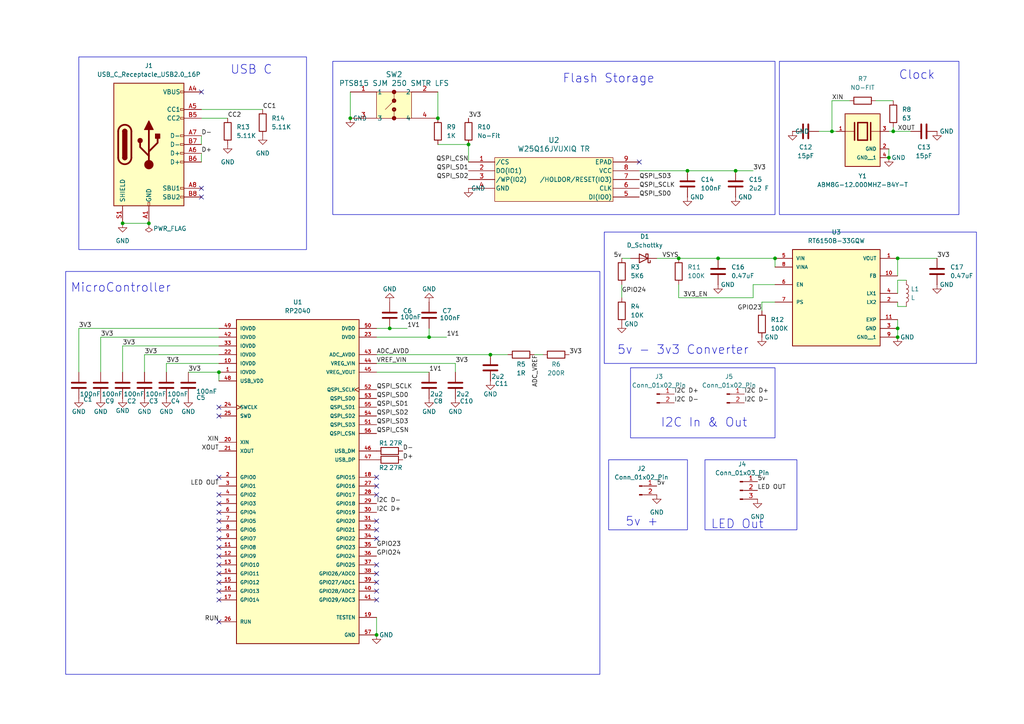
<source format=kicad_sch>
(kicad_sch (version 20231120) (generator "eeschema") (generator_version "8.0")
  (paper "A4")
  (lib_symbols
    (symbol "ABM8G-12MHZ:ABM8G-12.000MHZ-B4Y-T" (pin_names (offset 1.016))
      (property "Reference" "Y" (at -5.0878 6.3559 0))
      (property "Value" "ABM8G-12.000MHZ-B4Y-T" (at -5.0944 -12.7 0))
      (symbol "ABM8G-12.000MHZ-B4Y-T_0_0"
        (rectangle (start -5.08 -10.16) (end 5.08 5.08) (stroke (width 0.254)) (fill (type background)))
        (polyline (pts (xy -5.08 0) (xy -2.54 0)) (stroke (width 0.1524)))
        (polyline (pts (xy -2.3368 2.54) (xy -2.3368 -2.54)) (stroke (width 0.4064)))
        (polyline (pts (xy -1.397 2.54) (xy -1.397 -2.54)) (stroke (width 0.4064)))
        (polyline (pts (xy -1.397 2.54) (xy 1.397 2.54)) (stroke (width 0.4064)))
        (polyline (pts (xy 1.397 -2.54) (xy -1.397 -2.54)) (stroke (width 0.4064)))
        (polyline (pts (xy 1.397 2.54) (xy 1.397 -2.54)) (stroke (width 0.4064)))
        (polyline (pts (xy 2.3368 2.54) (xy 2.3368 -2.54)) (stroke (width 0.4064)))
        (polyline (pts (xy 2.54 0) (xy 5.08 0)) (stroke (width 0.1524)))
        (pin passive line (at -7.62 0 0) (length 2.54) (name "~") (number "1"))
        (pin power_in line (at 7.62 -5.08 180) (length 2.54) (name "GND") (number "2"))
        (pin passive line (at 7.62 0 180) (length 2.54) (name "~") (number "3"))
        (pin power_in line (at 7.62 -7.62 180) (length 2.54) (name "GND__1") (number "4"))
      )
    )
    (symbol "Connector:Conn_01x02_Pin" (pin_names (offset 1.016) hide)
      (property "Reference" "J" (at 0 2.54 0))
      (property "Value" "Conn_01x02_Pin" (at 0 -5.08 0))
      (symbol "Conn_01x02_Pin_1_1"
        (polyline (pts (xy 1.27 -2.54) (xy 0.8636 -2.54)) (stroke (width 0.1524)))
        (polyline (pts (xy 1.27 0) (xy 0.8636 0)) (stroke (width 0.1524)))
        (rectangle (start 0.8636 -2.413) (end 0 -2.667) (stroke (width 0.1524)) (fill (type outline)))
        (rectangle (start 0.8636 0.127) (end 0 -0.127) (stroke (width 0.1524)) (fill (type outline)))
        (pin passive line (at 5.08 0 180) (length 3.81) (name "Pin_1") (number "1"))
        (pin passive line (at 5.08 -2.54 180) (length 3.81) (name "Pin_2") (number "2"))
      )
    )
    (symbol "Connector:Conn_01x03_Pin" (pin_names (offset 1.016) hide)
      (property "Reference" "J" (at 0 5.08 0))
      (property "Value" "Conn_01x03_Pin" (at 0 -5.08 0))
      (symbol "Conn_01x03_Pin_1_1"
        (polyline (pts (xy 1.27 -2.54) (xy 0.8636 -2.54)) (stroke (width 0.1524)))
        (polyline (pts (xy 1.27 0) (xy 0.8636 0)) (stroke (width 0.1524)))
        (polyline (pts (xy 1.27 2.54) (xy 0.8636 2.54)) (stroke (width 0.1524)))
        (rectangle (start 0.8636 -2.413) (end 0 -2.667) (stroke (width 0.1524)) (fill (type outline)))
        (rectangle (start 0.8636 0.127) (end 0 -0.127) (stroke (width 0.1524)) (fill (type outline)))
        (rectangle (start 0.8636 2.667) (end 0 2.413) (stroke (width 0.1524)) (fill (type outline)))
        (pin passive line (at 5.08 2.54 180) (length 3.81) (name "Pin_1") (number "1"))
        (pin passive line (at 5.08 0 180) (length 3.81) (name "Pin_2") (number "2"))
        (pin passive line (at 5.08 -2.54 180) (length 3.81) (name "Pin_3") (number "3"))
      )
    )
    (symbol "Connector:USB_C_Receptacle_USB2.0_16P" (pin_names (offset 1.016))
      (property "Reference" "J" (at 0 22.225 0))
      (property "Value" "USB_C_Receptacle_USB2.0_16P" (at 0 19.685 0))
      (symbol "USB_C_Receptacle_USB2.0_16P_0_0"
        (rectangle (start -0.254 -17.78) (end 0.254 -16.764))
        (rectangle (start 10.16 -14.986) (end 9.144 -15.494))
        (rectangle (start 10.16 -12.446) (end 9.144 -12.954))
        (rectangle (start 10.16 -4.826) (end 9.144 -5.334))
        (rectangle (start 10.16 -2.286) (end 9.144 -2.794))
        (rectangle (start 10.16 0.254) (end 9.144 -0.254))
        (rectangle (start 10.16 2.794) (end 9.144 2.286))
        (rectangle (start 10.16 7.874) (end 9.144 7.366))
        (rectangle (start 10.16 10.414) (end 9.144 9.906))
        (rectangle (start 10.16 15.494) (end 9.144 14.986))
      )
      (symbol "USB_C_Receptacle_USB2.0_16P_0_1"
        (rectangle (start -10.16 17.78) (end 10.16 -17.78) (stroke (width 0.254)) (fill (type background)))
        (arc (start -8.89 -3.81) (mid -6.985 -5.7067) (end -5.08 -3.81) (stroke (width 0.508)))
        (arc (start -7.62 -3.81) (mid -6.985 -4.4423) (end -6.35 -3.81) (stroke (width 0.254)))
        (arc (start -7.62 -3.81) (mid -6.985 -4.4423) (end -6.35 -3.81) (stroke (width 0.254)) (fill (type outline)))
        (rectangle (start -7.62 -3.81) (end -6.35 3.81) (stroke (width 0.254)) (fill (type outline)))
        (arc (start -6.35 3.81) (mid -6.985 4.4423) (end -7.62 3.81) (stroke (width 0.254)))
        (arc (start -6.35 3.81) (mid -6.985 4.4423) (end -7.62 3.81) (stroke (width 0.254)) (fill (type outline)))
        (arc (start -5.08 3.81) (mid -6.985 5.7067) (end -8.89 3.81) (stroke (width 0.508)))
        (circle (center -2.54 1.143) (radius 0.635) (stroke (width 0.254)) (fill (type outline)))
        (circle (center 0 -5.842) (radius 1.27) (fill (type outline)))
        (polyline (pts (xy -8.89 -3.81) (xy -8.89 3.81)) (stroke (width 0.508)))
        (polyline (pts (xy -5.08 3.81) (xy -5.08 -3.81)) (stroke (width 0.508)))
        (polyline (pts (xy 0 -5.842) (xy 0 4.318)) (stroke (width 0.508)))
        (polyline (pts (xy 0 -3.302) (xy -2.54 -0.762) (xy -2.54 0.508)) (stroke (width 0.508)))
        (polyline (pts (xy 0 -2.032) (xy 2.54 0.508) (xy 2.54 1.778)) (stroke (width 0.508)))
        (polyline (pts (xy -1.27 4.318) (xy 0 6.858) (xy 1.27 4.318) (xy -1.27 4.318)) (stroke (width 0.254)) (fill (type outline)))
        (rectangle (start 1.905 1.778) (end 3.175 3.048) (stroke (width 0.254)) (fill (type outline)))
      )
      (symbol "USB_C_Receptacle_USB2.0_16P_1_1"
        (pin passive line (at 0 -22.86 90) (length 5.08) (name "GND") (number "A1"))
        (pin passive line (at 0 -22.86 90) (length 5.08) hide (name "GND") (number "A12"))
        (pin passive line (at 15.24 15.24 180) (length 5.08) (name "VBUS") (number "A4"))
        (pin bidirectional line (at 15.24 10.16 180) (length 5.08) (name "CC1") (number "A5"))
        (pin bidirectional line (at 15.24 -2.54 180) (length 5.08) (name "D+") (number "A6"))
        (pin bidirectional line (at 15.24 2.54 180) (length 5.08) (name "D-") (number "A7"))
        (pin bidirectional line (at 15.24 -12.7 180) (length 5.08) (name "SBU1") (number "A8"))
        (pin passive line (at 15.24 15.24 180) (length 5.08) hide (name "VBUS") (number "A9"))
        (pin passive line (at 0 -22.86 90) (length 5.08) hide (name "GND") (number "B1"))
        (pin passive line (at 0 -22.86 90) (length 5.08) hide (name "GND") (number "B12"))
        (pin passive line (at 15.24 15.24 180) (length 5.08) hide (name "VBUS") (number "B4"))
        (pin bidirectional line (at 15.24 7.62 180) (length 5.08) (name "CC2") (number "B5"))
        (pin bidirectional line (at 15.24 -5.08 180) (length 5.08) (name "D+") (number "B6"))
        (pin bidirectional line (at 15.24 0 180) (length 5.08) (name "D-") (number "B7"))
        (pin bidirectional line (at 15.24 -15.24 180) (length 5.08) (name "SBU2") (number "B8"))
        (pin passive line (at 15.24 15.24 180) (length 5.08) hide (name "VBUS") (number "B9"))
        (pin passive line (at -7.62 -22.86 90) (length 5.08) (name "SHIELD") (number "S1"))
      )
    )
    (symbol "Device:C" (pin_numbers hide) (pin_names (offset 0.254))
      (property "Reference" "C" (at 0.635 2.54 0))
      (property "Value" "C" (at 0.635 -2.54 0))
      (symbol "C_0_1"
        (polyline (pts (xy -2.032 -0.762) (xy 2.032 -0.762)) (stroke (width 0.508)))
        (polyline (pts (xy -2.032 0.762) (xy 2.032 0.762)) (stroke (width 0.508)))
      )
      (symbol "C_1_1"
        (pin passive line (at 0 3.81 270) (length 2.794) (name "~") (number "1"))
        (pin passive line (at 0 -3.81 90) (length 2.794) (name "~") (number "2"))
      )
    )
    (symbol "Device:D_Schottky" (pin_numbers hide) (pin_names (offset 1.016) hide)
      (property "Reference" "D" (at 0 2.54 0))
      (property "Value" "D_Schottky" (at 0 -2.54 0))
      (symbol "D_Schottky_0_1"
        (polyline (pts (xy 1.27 0) (xy -1.27 0)))
        (polyline (pts (xy 1.27 1.27) (xy 1.27 -1.27) (xy -1.27 0) (xy 1.27 1.27)) (stroke (width 0.254)))
        (polyline (pts (xy -1.905 0.635) (xy -1.905 1.27) (xy -1.27 1.27) (xy -1.27 -1.27) (xy -0.635 -1.27) (xy -0.635 -0.635)) (stroke (width 0.254)))
      )
      (symbol "D_Schottky_1_1"
        (pin passive line (at -3.81 0 0) (length 2.54) (name "K") (number "1"))
        (pin passive line (at 3.81 0 180) (length 2.54) (name "A") (number "2"))
      )
    )
    (symbol "Device:L" (pin_numbers hide) (pin_names (offset 1.016) hide)
      (property "Reference" "L" (at -1.27 0 90))
      (property "Value" "L" (at 1.905 0 90))
      (symbol "L_0_1"
        (arc (start 0 -2.54) (mid 0.6323 -1.905) (end 0 -1.27))
        (arc (start 0 -1.27) (mid 0.6323 -0.635) (end 0 0))
        (arc (start 0 0) (mid 0.6323 0.635) (end 0 1.27))
        (arc (start 0 1.27) (mid 0.6323 1.905) (end 0 2.54))
      )
      (symbol "L_1_1"
        (pin passive line (at 0 3.81 270) (length 1.27) (name "1") (number "1"))
        (pin passive line (at 0 -3.81 90) (length 1.27) (name "2") (number "2"))
      )
    )
    (symbol "Device:R" (pin_numbers hide) (pin_names (offset 0))
      (property "Reference" "R" (at 2.032 0 90))
      (property "Value" "R" (at 0 0 90))
      (symbol "R_0_1"
        (rectangle (start -1.016 -2.54) (end 1.016 2.54) (stroke (width 0.254)))
      )
      (symbol "R_1_1"
        (pin passive line (at 0 3.81 270) (length 1.27) (name "~") (number "1"))
        (pin passive line (at 0 -3.81 90) (length 1.27) (name "~") (number "2"))
      )
    )
    (symbol "PTS815_SJM:PTS815_SJM_250_SMTR_LFS" (pin_names (offset 0.254))
      (property "Reference" "SW" (at 40.64 7.62 0))
      (property "Value" "PTS815 SJM 250 SMTR LFS" (at 40.64 5.08 0))
      (symbol "PTS815_SJM_250_SMTR_LFS_0_1"
        (polyline (pts (xy 38.1 -7.62) (xy 40.64 -5.08)) (stroke (width 0.127)))
        (polyline (pts (xy 40.64 -7.62) (xy 40.64 -10.16)) (stroke (width 0.127)))
        (polyline (pts (xy 40.64 -5.08) (xy 40.64 -2.54)) (stroke (width 0.127)))
        (circle (center 40.64 -10.16) (radius 0.127) (stroke (width 0.508)))
        (circle (center 40.64 -7.62) (radius 0.127) (stroke (width 0.508)))
        (circle (center 40.64 -5.08) (radius 0.127) (stroke (width 0.508)))
        (circle (center 40.64 -2.54) (radius 0.127) (stroke (width 0.508)))
        (pin unspecified line (at 27.94 -2.54 0) (length 7.62) (name "1") (number "1"))
        (pin unspecified line (at 53.34 -2.54 180) (length 7.62) (name "2") (number "2"))
        (pin unspecified line (at 27.94 -10.16 0) (length 7.62) (name "3") (number "3"))
      )
      (symbol "PTS815_SJM_250_SMTR_LFS_1_1"
        (rectangle (start 35.56 -2.54) (end 45.72 -10.16) (fill (type background)))
        (pin unspecified line (at 53.34 -10.16 180) (length 7.62) (name "4") (number "4"))
      )
    )
    (symbol "RP2040:RP2040" (pin_names (offset 1.016))
      (property "Reference" "U" (at -17.78 50.8 0))
      (property "Value" "RP2040" (at -17.78 -48.26 0))
      (symbol "RP2040_0_0"
        (rectangle (start -17.78 -45.72) (end 17.78 48.26) (stroke (width 0.254)) (fill (type background)))
        (pin power_in line (at -22.86 33.02 0) (length 5.08) (name "IOVDD") (number "1"))
        (pin power_in line (at -22.86 35.56 0) (length 5.08) (name "IOVDD") (number "10"))
        (pin bidirectional line (at -22.86 -17.78 0) (length 5.08) (name "GPIO8") (number "11"))
        (pin bidirectional line (at -22.86 -20.32 0) (length 5.08) (name "GPIO9") (number "12"))
        (pin bidirectional line (at -22.86 -22.86 0) (length 5.08) (name "GPIO10") (number "13"))
        (pin bidirectional line (at -22.86 -25.4 0) (length 5.08) (name "GPIO11") (number "14"))
        (pin bidirectional line (at -22.86 -27.94 0) (length 5.08) (name "GPIO12") (number "15"))
        (pin bidirectional line (at -22.86 -30.48 0) (length 5.08) (name "GPIO13") (number "16"))
        (pin bidirectional line (at -22.86 -33.02 0) (length 5.08) (name "GPIO14") (number "17"))
        (pin bidirectional line (at 22.86 2.54 180) (length 5.08) (name "GPIO15") (number "18"))
        (pin passive line (at 22.86 -38.1 180) (length 5.08) (name "TESTEN") (number "19"))
        (pin bidirectional line (at -22.86 2.54 0) (length 5.08) (name "GPIO0") (number "2"))
        (pin input line (at -22.86 12.7 0) (length 5.08) (name "XIN") (number "20"))
        (pin output line (at -22.86 10.16 0) (length 5.08) (name "XOUT") (number "21"))
        (pin power_in line (at -22.86 38.1 0) (length 5.08) (name "IOVDD") (number "22"))
        (pin power_in line (at 22.86 43.18 180) (length 5.08) (name "DVDD") (number "23"))
        (pin input clock (at -22.86 22.86 0) (length 5.08) (name "SWCLK") (number "24"))
        (pin bidirectional line (at -22.86 20.32 0) (length 5.08) (name "SWD") (number "25"))
        (pin input line (at -22.86 -39.37 0) (length 5.08) (name "RUN") (number "26"))
        (pin bidirectional line (at 22.86 0 180) (length 5.08) (name "GPIO16") (number "27"))
        (pin bidirectional line (at 22.86 -2.54 180) (length 5.08) (name "GPIO17") (number "28"))
        (pin bidirectional line (at 22.86 -5.08 180) (length 5.08) (name "GPIO18") (number "29"))
        (pin bidirectional line (at -22.86 0 0) (length 5.08) (name "GPIO1") (number "3"))
        (pin bidirectional line (at 22.86 -7.62 180) (length 5.08) (name "GPIO19") (number "30"))
        (pin bidirectional line (at 22.86 -10.16 180) (length 5.08) (name "GPIO20") (number "31"))
        (pin bidirectional line (at 22.86 -12.7 180) (length 5.08) (name "GPIO21") (number "32"))
        (pin power_in line (at -22.86 40.64 0) (length 5.08) (name "IOVDD") (number "33"))
        (pin bidirectional line (at 22.86 -15.24 180) (length 5.08) (name "GPIO22") (number "34"))
        (pin bidirectional line (at 22.86 -17.78 180) (length 5.08) (name "GPIO23") (number "35"))
        (pin bidirectional line (at 22.86 -20.32 180) (length 5.08) (name "GPIO24") (number "36"))
        (pin bidirectional line (at 22.86 -22.86 180) (length 5.08) (name "GPIO25") (number "37"))
        (pin bidirectional line (at 22.86 -25.4 180) (length 5.08) (name "GPIO26/ADC0") (number "38"))
        (pin bidirectional line (at 22.86 -27.94 180) (length 5.08) (name "GPIO27/ADC1") (number "39"))
        (pin bidirectional line (at -22.86 -2.54 0) (length 5.08) (name "GPIO2") (number "4"))
        (pin bidirectional line (at 22.86 -30.48 180) (length 5.08) (name "GPIO28/ADC2") (number "40"))
        (pin bidirectional line (at 22.86 -33.02 180) (length 5.08) (name "GPIO29/ADC3") (number "41"))
        (pin power_in line (at -22.86 43.18 0) (length 5.08) (name "IOVDD") (number "42"))
        (pin power_in line (at 22.86 38.1 180) (length 5.08) (name "ADC_AVDD") (number "43"))
        (pin input line (at 22.86 35.56 180) (length 5.08) (name "VREG_VIN") (number "44"))
        (pin output line (at 22.86 33.02 180) (length 5.08) (name "VREG_VOUT") (number "45"))
        (pin bidirectional line (at 22.86 10.16 180) (length 5.08) (name "USB_DM") (number "46"))
        (pin bidirectional line (at 22.86 7.62 180) (length 5.08) (name "USB_DP") (number "47"))
        (pin power_in line (at -22.86 30.48 0) (length 5.08) (name "USB_VDD") (number "48"))
        (pin power_in line (at -22.86 45.72 0) (length 5.08) (name "IOVDD") (number "49"))
        (pin bidirectional line (at -22.86 -5.08 0) (length 5.08) (name "GPIO3") (number "5"))
        (pin power_in line (at 22.86 45.72 180) (length 5.08) (name "DVDD") (number "50"))
        (pin bidirectional line (at 22.86 17.78 180) (length 5.08) (name "QSPI_SD3") (number "51"))
        (pin bidirectional clock (at 22.86 27.94 180) (length 5.08) (name "QSPI_SCLK") (number "52"))
        (pin bidirectional line (at 22.86 25.4 180) (length 5.08) (name "QSPI_SD0") (number "53"))
        (pin bidirectional line (at 22.86 20.32 180) (length 5.08) (name "QSPI_SD2") (number "54"))
        (pin bidirectional line (at 22.86 22.86 180) (length 5.08) (name "QSPI_SD1") (number "55"))
        (pin bidirectional line (at 22.86 15.24 180) (length 5.08) (name "QSPI_CSN") (number "56"))
        (pin power_in line (at 22.86 -43.18 180) (length 5.08) (name "GND") (number "57"))
        (pin bidirectional line (at -22.86 -7.62 0) (length 5.08) (name "GPIO4") (number "6"))
        (pin bidirectional line (at -22.86 -10.16 0) (length 5.08) (name "GPIO5") (number "7"))
        (pin bidirectional line (at -22.86 -12.7 0) (length 5.08) (name "GPIO6") (number "8"))
        (pin bidirectional line (at -22.86 -15.24 0) (length 5.08) (name "GPIO7") (number "9"))
      )
    )
    (symbol "RT6150B-33GQW:RT6150B-33GQW" (pin_names (offset 1.016))
      (property "Reference" "U" (at -12.7 13.208 0))
      (property "Value" "RT6150B-33GQW" (at -12.7 -17.78 0))
      (symbol "RT6150B-33GQW_0_0"
        (rectangle (start -12.7 -15.24) (end 12.7 12.7) (stroke (width 0.254)) (fill (type background)))
        (pin output line (at 17.78 10.16 180) (length 5.08) (name "VOUT") (number "1"))
        (pin input line (at 17.78 5.08 180) (length 5.08) (name "FB") (number "10"))
        (pin power_in line (at 17.78 -7.62 180) (length 5.08) (name "EXP") (number "11"))
        (pin passive line (at 17.78 -2.54 180) (length 5.08) (name "LX2") (number "2"))
        (pin power_in line (at 17.78 -10.16 180) (length 5.08) (name "GND") (number "3"))
        (pin passive line (at 17.78 0 180) (length 5.08) (name "LX1") (number "4"))
        (pin input line (at -17.78 10.16 0) (length 5.08) (name "VIN") (number "5"))
        (pin input line (at -17.78 2.54 0) (length 5.08) (name "EN") (number "6"))
        (pin input line (at -17.78 -2.54 0) (length 5.08) (name "PS") (number "7"))
        (pin input line (at -17.78 7.62 0) (length 5.08) (name "VINA") (number "8"))
        (pin power_in line (at 17.78 -12.7 180) (length 5.08) (name "GND__1") (number "9"))
      )
    )
    (symbol "W25Q16JVUXIQ:W25Q16JVUXIQ_TR" (pin_names (offset 0.254))
      (property "Reference" "U" (at 39.37 8.128 0))
      (property "Value" "W25Q16JVUXIQ TR" (at 39.37 5.588 0))
      (symbol "W25Q16JVUXIQ_TR_0_1"
        (pin unspecified line (at 15.24 2.54 0) (length 7.62) (name "/CS") (number "1"))
        (pin unspecified line (at 15.24 0 0) (length 7.62) (name "DO(IO1)") (number "2"))
        (pin unspecified line (at 15.24 -2.54 0) (length 7.62) (name "/WP(IO2)") (number "3"))
        (pin unspecified line (at 15.24 -5.08 0) (length 7.62) (name "GND") (number "4"))
        (pin unspecified line (at 64.77 -7.62 180) (length 7.62) (name "DI(IO0)") (number "5"))
        (pin unspecified line (at 64.77 -5.08 180) (length 7.62) (name "CLK") (number "6"))
        (pin unspecified line (at 64.77 -2.54 180) (length 7.62) (name "/HOLDOR/RESET(IO3)") (number "7"))
        (pin unspecified line (at 64.77 0 180) (length 7.62) (name "VCC") (number "8"))
        (pin unspecified line (at 64.77 2.54 180) (length 7.62) (name "EPAD") (number "9"))
      )
      (symbol "W25Q16JVUXIQ_TR_1_1"
        (rectangle (start 22.86 3.81) (end 57.15 -8.89) (fill (type background)))
      )
    )
    (symbol "power:GND" (power) (pin_numbers hide) (pin_names (offset 0) hide)
      (property "Value" "GND" (at 0 -3.81 0))
      (symbol "GND_0_1"
        (polyline (pts (xy 0 0) (xy 0 -1.27) (xy 1.27 -1.27) (xy 0 -2.54) (xy -1.27 -1.27) (xy 0 -1.27)))
      )
      (symbol "GND_1_1"
        (pin power_in line (at 0 0 270) (length 0) (name "~") (number "1"))
      )
    )
    (symbol "power:PWR_FLAG" (power) (pin_numbers hide) (pin_names (offset 0) hide)
      (property "Value" "PWR_FLAG" (at 0 3.81 0))
      (symbol "PWR_FLAG_0_0"
        (pin power_out line (at 0 0 90) (length 0) (name "~") (number "1"))
      )
      (symbol "PWR_FLAG_0_1"
        (polyline (pts (xy 0 0) (xy 0 1.27) (xy -1.016 1.905) (xy 0 2.54) (xy 1.016 1.905) (xy 0 1.27)))
      )
    )
  )
  (junction (at 43.18 64.77))
  (junction (at 113.03 95.25))
  (junction (at 259.08 38.1))
  (junction (at 260.35 97.79))
  (junction (at 213.36 49.53))
  (junction (at 127 34.29))
  (junction (at 260.35 95.25))
  (junction (at 196.85 74.93))
  (junction (at 135.89 41.91))
  (junction (at 208.28 74.93))
  (junction (at 260.35 74.93))
  (junction (at 224.79 74.93))
  (junction (at 142.24 102.87))
  (junction (at 109.22 184.15))
  (junction (at 241.3 38.1))
  (junction (at 199.39 49.53))
  (junction (at 257.81 45.72))
  (junction (at 124.46 97.79))
  (junction (at 63.5 107.95))
  (junction (at 35.56 64.77))
  (junction (at 101.6 34.29))
  (no_connect (at 63.5 180.34))
  (no_connect (at 109.22 140.97))
  (no_connect (at 63.5 118.11))
  (no_connect (at 109.22 151.13))
  (no_connect (at 63.5 161.29))
  (no_connect (at 109.22 163.83))
  (no_connect (at 109.22 138.43))
  (no_connect (at 63.5 166.37))
  (no_connect (at 58.42 57.15))
  (no_connect (at 63.5 173.99))
  (no_connect (at 109.22 168.91))
  (no_connect (at 63.5 151.13))
  (no_connect (at 109.22 143.51))
  (no_connect (at 109.22 153.67))
  (no_connect (at 63.5 153.67))
  (no_connect (at 109.22 166.37))
  (no_connect (at 63.5 156.21))
  (no_connect (at 63.5 148.59))
  (no_connect (at 63.5 120.65))
  (no_connect (at 109.22 171.45))
  (no_connect (at 109.22 173.99))
  (no_connect (at 63.5 143.51))
  (no_connect (at 63.5 146.05))
  (no_connect (at 109.22 156.21))
  (no_connect (at 63.5 138.43))
  (no_connect (at 58.42 26.67))
  (no_connect (at 63.5 171.45))
  (no_connect (at 58.42 54.61))
  (no_connect (at 185.42 46.99))
  (no_connect (at 63.5 168.91))
  (no_connect (at 63.5 158.75))
  (no_connect (at 63.5 163.83))
  (wire (pts (xy 124.46 97.79) (xy 109.22 97.79)))
  (wire (pts (xy 124.46 97.79) (xy 129.54 97.79)))
  (wire (pts (xy 196.85 74.93) (xy 208.28 74.93)))
  (wire (pts (xy 260.35 81.28) (xy 260.35 85.09)))
  (wire (pts (xy 132.08 105.41) (xy 132.08 107.95)))
  (wire (pts (xy 254 29.21) (xy 259.08 29.21)))
  (wire (pts (xy 154.94 102.87) (xy 157.48 102.87)))
  (wire (pts (xy 199.39 49.53) (xy 213.36 49.53)))
  (wire (pts (xy 48.26 107.95) (xy 48.26 105.41)))
  (wire (pts (xy 142.24 102.87) (xy 147.32 102.87)))
  (wire (pts (xy 35.56 64.77) (xy 43.18 64.77)))
  (wire (pts (xy 63.5 100.33) (xy 35.56 100.33)))
  (wire (pts (xy 259.08 36.83) (xy 259.08 38.1)))
  (wire (pts (xy 190.5 74.93) (xy 196.85 74.93)))
  (wire (pts (xy 58.42 31.75) (xy 76.2 31.75)))
  (wire (pts (xy 260.35 74.93) (xy 260.35 80.01)))
  (wire (pts (xy 213.36 49.53) (xy 218.44 49.53)))
  (wire (pts (xy 218.44 82.55) (xy 224.79 82.55)))
  (wire (pts (xy 109.22 107.95) (xy 124.46 107.95)))
  (wire (pts (xy 35.56 100.33) (xy 35.56 107.95)))
  (wire (pts (xy 180.34 82.55) (xy 180.34 86.36)))
  (wire (pts (xy 180.34 74.93) (xy 182.88 74.93)))
  (wire (pts (xy 260.35 88.9) (xy 262.89 88.9)))
  (wire (pts (xy 109.22 102.87) (xy 142.24 102.87)))
  (wire (pts (xy 220.98 87.63) (xy 220.98 90.17)))
  (wire (pts (xy 260.35 95.25) (xy 260.35 97.79)))
  (wire (pts (xy 241.3 29.21) (xy 241.3 38.1)))
  (wire (pts (xy 224.79 74.93) (xy 224.79 77.47)))
  (wire (pts (xy 246.38 29.21) (xy 241.3 29.21)))
  (wire (pts (xy 196.85 86.36) (xy 196.85 82.55)))
  (wire (pts (xy 41.91 102.87) (xy 41.91 107.95)))
  (wire (pts (xy 260.35 87.63) (xy 260.35 88.9)))
  (wire (pts (xy 48.26 105.41) (xy 63.5 105.41)))
  (wire (pts (xy 63.5 102.87) (xy 41.91 102.87)))
  (wire (pts (xy 58.42 44.45) (xy 58.42 46.99)))
  (wire (pts (xy 260.35 74.93) (xy 271.78 74.93)))
  (wire (pts (xy 220.98 87.63) (xy 224.79 87.63)))
  (wire (pts (xy 113.03 95.25) (xy 118.11 95.25)))
  (wire (pts (xy 58.42 34.29) (xy 66.04 34.29)))
  (wire (pts (xy 260.35 92.71) (xy 260.35 95.25)))
  (wire (pts (xy 63.5 107.95) (xy 63.5 110.49)))
  (wire (pts (xy 54.61 107.95) (xy 63.5 107.95)))
  (wire (pts (xy 135.89 41.91) (xy 135.89 46.99)))
  (wire (pts (xy 109.22 105.41) (xy 132.08 105.41)))
  (wire (pts (xy 257.81 38.1) (xy 259.08 38.1)))
  (wire (pts (xy 218.44 86.36) (xy 218.44 82.55)))
  (wire (pts (xy 101.6 26.67) (xy 101.6 34.29)))
  (wire (pts (xy 124.46 95.25) (xy 124.46 97.79)))
  (wire (pts (xy 259.08 38.1) (xy 264.16 38.1)))
  (wire (pts (xy 241.3 38.1) (xy 242.57 38.1)))
  (wire (pts (xy 196.85 86.36) (xy 218.44 86.36)))
  (wire (pts (xy 127 41.91) (xy 135.89 41.91)))
  (wire (pts (xy 185.42 49.53) (xy 199.39 49.53)))
  (wire (pts (xy 109.22 95.25) (xy 113.03 95.25)))
  (wire (pts (xy 58.42 39.37) (xy 58.42 41.91)))
  (wire (pts (xy 22.86 95.25) (xy 63.5 95.25)))
  (wire (pts (xy 257.81 43.18) (xy 257.81 45.72)))
  (wire (pts (xy 63.5 97.79) (xy 29.21 97.79)))
  (wire (pts (xy 262.89 81.28) (xy 260.35 81.28)))
  (wire (pts (xy 208.28 74.93) (xy 224.79 74.93)))
  (wire (pts (xy 127 26.67) (xy 127 34.29)))
  (wire (pts (xy 22.86 107.95) (xy 22.86 95.25)))
  (wire (pts (xy 109.22 179.07) (xy 109.22 184.15)))
  (wire (pts (xy 237.49 38.1) (xy 241.3 38.1)))
  (wire (pts (xy 29.21 97.79) (xy 29.21 107.95)))
  (rectangle (start 182.88 106.68) (end 224.79 127))
  (rectangle (start 19.05 78.74) (end 173.99 195.58))
  (rectangle (start 22.86 16.51) (end 88.9 72.39))
  (rectangle (start 226.06 17.78) (end 278.13 62.23))
  (rectangle (start 96.52 17.78) (end 224.79 62.23))
  (rectangle (start 176.53 133.35) (end 199.39 153.67))
  (rectangle (start 175.26 67.31) (end 283.21 105.41))
  (rectangle (start 204.47 133.35) (end 231.14 153.67))
  (text "USB C\n" (at 72.898 20.32 0) (effects (font (size 2.54 2.54))))
  (text "I2C In & Out" (at 204.216 122.682 0) (effects (font (size 2.54 2.54))))
  (text "MicroController" (at 35.052 83.566 0) (effects (font (size 2.54 2.54))))
  (text "Clock" (at 265.938 21.844 0) (effects (font (size 2.54 2.54))))
  (text "5v - 3v3 Converter" (at 198.12 101.6 0) (effects (font (size 2.54 2.54))))
  (text "LED Out" (at 213.868 152.146 0) (effects (font (size 2.54 2.54))))
  (text "5v +\n" (at 186.182 151.384 0) (effects (font (size 2.54 2.54))))
  (text "Flash Storage" (at 176.53 22.86 0) (effects (font (size 2.54 2.54))))
  (label "RUN" (at 63.5 180.34 180))
  (label "VREF_VIN" (at 109.22 105.41 0))
  (label "QSPI_SD2" (at 109.22 120.65 0))
  (label "QSPI_SCLK" (at 109.22 113.03 0))
  (label "5v" (at 180.34 74.93 180))
  (label "D-" (at 58.42 39.37 0))
  (label "D-" (at 116.84 130.81 0))
  (label "ADC_AVDD" (at 109.22 102.87 0))
  (label "I2C D-" (at 109.22 146.05 0))
  (label "I2C D+" (at 195.58 114.3 0))
  (label "LED OUT" (at 63.5 140.97 180))
  (label "D+" (at 58.42 44.45 0))
  (label "QSPI_SD0" (at 109.22 115.57 0))
  (label "5v" (at 190.5 140.97 0))
  (label "VSYS" (at 196.85 74.93 180))
  (label "3V3" (at 48.26 105.41 0))
  (label "1V1" (at 129.54 97.79 0))
  (label "3V3" (at 218.44 49.53 0))
  (label "3V3" (at 29.21 97.79 0))
  (label "5v" (at 219.71 139.7 0))
  (label "I2C D+" (at 109.22 148.59 0))
  (label "3V3" (at 22.86 95.25 0))
  (label "3V3" (at 35.56 100.33 0))
  (label "3V3" (at 135.89 34.29 0))
  (label "3V3" (at 165.1 102.87 0))
  (label "CC1" (at 76.2 31.75 0))
  (label "GPIO24" (at 109.22 161.29 0))
  (label "GPIO24" (at 180.34 85.09 0))
  (label "3V3" (at 271.78 74.93 0))
  (label "D+" (at 116.84 133.35 0))
  (label "QSPI_SD2" (at 135.89 52.07 180))
  (label "GPIO23" (at 220.98 90.17 180))
  (label "QSPI_CSN" (at 135.89 46.99 180))
  (label "3V3_EN" (at 198.12 86.36 0))
  (label "3V3" (at 132.08 105.41 0))
  (label "XOUT" (at 260.35 38.1 0))
  (label "XIN" (at 63.5 128.27 180))
  (label "QSPI_SD1" (at 135.89 49.53 180))
  (label "QSPI_SD3" (at 109.22 123.19 0))
  (label "ADC_VREF" (at 156.21 102.87 270))
  (label "GPIO23" (at 109.22 158.75 0))
  (label "3V3" (at 54.61 107.95 0))
  (label "CC2" (at 66.04 34.29 0))
  (label "LED OUT" (at 219.71 142.24 0))
  (label "QSPI_SD1" (at 109.22 118.11 0))
  (label "XIN" (at 241.3 29.21 0))
  (label "QSPI_SD0" (at 185.42 57.15 0))
  (label "1V1" (at 118.11 95.25 0))
  (label "I2C D+" (at 215.9 114.3 0))
  (label "QSPI_SCLK" (at 185.42 54.61 0))
  (label "I2C D-" (at 195.58 116.84 0))
  (label "I2C D-" (at 215.9 116.84 0))
  (label "QSPI_SD3" (at 185.42 52.07 0))
  (label "3V3" (at 41.91 102.87 0))
  (label "QSPI_CSN" (at 109.22 125.73 0))
  (label "1V1" (at 124.46 107.95 0))
  (label "XOUT" (at 63.5 130.81 180))
  (symbol (lib_id "power:GND") (at 199.39 57.15 0) (unit 1)
    (property "Reference" "#PWR020" (effects (hide yes)))
    (property "Value" "GND" (at 202.184 57.15 0))
    (property "Description" "Power symbol creates a global label with name \"GND\" , ground" (effects (hide yes)))
  )
  (symbol (lib_id "Device:C") (at 29.21 111.76 0) (unit 1)
    (property "Reference" "C1" (at 24.13 115.824 0) (effects (justify left)))
    (property "Value" "100nF" (at 29.464 114.3 0) (effects (justify left)))
    (property "Footprint" "Capacitor_SMD:C_0201_0603Metric" (effects (hide yes)))
    (property "Description" "Unpolarized capacitor" (effects (hide yes)))
  )
  (symbol (lib_id "power:GND") (at 101.6 34.29 0) (unit 1)
    (property "Reference" "#PWR017" (effects (hide yes)))
    (property "Value" "GND" (at 104.394 34.29 0))
    (property "Description" "Power symbol creates a global label with name \"GND\" , ground" (effects (hide yes)))
  )
  (symbol (lib_id "Device:C") (at 35.56 111.76 0) (unit 1)
    (property "Reference" "C2" (at 36.83 116.332 0) (effects (justify left)))
    (property "Value" "100nF" (at 35.814 114.3 0) (effects (justify left)))
    (property "Footprint" "Capacitor_SMD:C_0201_0603Metric" (effects (hide yes)))
    (property "Description" "Unpolarized capacitor" (effects (hide yes)))
  )
  (symbol (lib_id "power:GND") (at 66.04 41.91 0) (unit 1)
    (property "Reference" "#PWR026" (effects (hide yes)))
    (property "Value" "GND" (at 66.04 46.99 0))
    (property "Description" "Power symbol creates a global label with name \"GND\" , ground" (effects (hide yes)))
  )
  (symbol (lib_id "power:GND") (at 132.08 115.57 0) (unit 1)
    (property "Reference" "#PWR011" (effects (hide yes)))
    (property "Value" "GND" (at 132.08 119.38 0))
    (property "Description" "Power symbol creates a global label with name \"GND\" , ground" (effects (hide yes)))
  )
  (symbol (lib_id "Device:C") (at 124.46 111.76 0) (unit 1)
    (property "Reference" "C8" (at 125.73 116.332 0) (effects (justify left)))
    (property "Value" "2u2" (at 124.714 114.3 0) (effects (justify left)))
    (property "Footprint" "Capacitor_SMD:C_0201_0603Metric" (effects (hide yes)))
    (property "Description" "Unpolarized capacitor" (effects (hide yes)))
  )
  (symbol (lib_id "power:PWR_FLAG") (at 43.18 64.77 180) (unit 1)
    (property "Reference" "#FLG01" (effects (hide yes)))
    (property "Value" "PWR_FLAG" (at 49.276 66.294 0))
    (property "Description" "Special symbol for telling ERC where power comes from" (effects (hide yes)))
  )
  (symbol (lib_id "power:GND") (at 135.89 54.61 0) (unit 1)
    (property "Reference" "#PWR018" (effects (hide yes)))
    (property "Value" "GND" (at 138.684 54.61 0))
    (property "Description" "Power symbol creates a global label with name \"GND\" , ground" (effects (hide yes)))
  )
  (symbol (lib_id "Device:R") (at 259.08 33.02 0) (unit 1)
    (property "Reference" "R8" (at 261.62 31.7499 0) (effects (justify left)))
    (property "Value" "63" (at 261.62 34.2899 0) (effects (justify left)))
    (property "Footprint" "Resistor_SMD:R_0201_0603Metric" (effects (hide yes)))
    (property "Description" "Resistor" (effects (hide yes)))
  )
  (symbol (lib_id "power:GND") (at 219.71 144.78 0) (unit 1)
    (property "Reference" "#PWR029" (effects (hide yes)))
    (property "Value" "GND" (at 219.71 149.86 0))
    (property "Description" "Power symbol creates a global label with name \"GND\" , ground" (effects (hide yes)))
  )
  (symbol (lib_id "Connector:Conn_01x03_Pin") (at 214.63 142.24 0) (unit 1)
    (property "Reference" "J4" (at 215.265 134.62 0))
    (property "Value" "Conn_01x03_Pin" (at 215.265 137.16 0))
    (property "Footprint" "Connector_PinHeader_2.54mm:PinHeader_1x03_P2.54mm_Horizontal" (effects (hide yes)))
    (property "Description" "Generic connector, single row, 01x03, script generated" (effects (hide yes)))
  )
  (symbol (lib_id "Device:C") (at 199.39 53.34 0) (unit 1)
    (property "Reference" "C14" (at 203.2 52.0699 0) (effects (justify left)))
    (property "Value" "100nF" (at 203.2 54.6099 0) (effects (justify left)))
    (property "Footprint" "Capacitor_SMD:C_0201_0603Metric" (effects (hide yes)))
    (property "Description" "Unpolarized capacitor" (effects (hide yes)))
  )
  (symbol (lib_id "power:GND") (at 208.28 82.55 0) (unit 1)
    (property "Reference" "#PWR019" (effects (hide yes)))
    (property "Value" "GND" (at 211.074 82.55 0))
    (property "Description" "Power symbol creates a global label with name \"GND\" , ground" (effects (hide yes)))
  )
  (symbol (lib_id "Device:C") (at 113.03 91.44 0) (unit 1)
    (property "Reference" "C6" (at 116.84 90.1699 0) (effects (justify left)))
    (property "Value" "100nF" (at 116.078 91.948 0) (effects (justify left)))
    (property "Footprint" "Capacitor_SMD:C_0201_0603Metric" (effects (hide yes)))
    (property "Description" "Unpolarized capacitor" (effects (hide yes)))
  )
  (symbol (lib_id "Device:R") (at 196.85 78.74 180) (unit 1)
    (property "Reference" "R11" (at 199.39 77.4699 0) (effects (justify right)))
    (property "Value" "100K" (at 199.39 80.0099 0) (effects (justify right)))
    (property "Footprint" "Resistor_SMD:R_0201_0603Metric" (effects (hide yes)))
    (property "Description" "Resistor" (effects (hide yes)))
  )
  (symbol (lib_id "power:GND") (at 180.34 93.98 0) (unit 1)
    (property "Reference" "#PWR012" (effects (hide yes)))
    (property "Value" "GND" (at 183.134 93.98 0))
    (property "Description" "Power symbol creates a global label with name \"GND\" , ground" (effects (hide yes)))
  )
  (symbol (lib_id "power:GND") (at 48.26 115.57 0) (unit 1)
    (property "Reference" "#PWR05" (effects (hide yes)))
    (property "Value" "GND" (at 48.26 119.38 0))
    (property "Description" "Power symbol creates a global label with name \"GND\" , ground" (effects (hide yes)))
  )
  (symbol (lib_id "Device:R") (at 66.04 38.1 180) (unit 1)
    (property "Reference" "R13" (at 68.58 36.8299 0) (effects (justify right)))
    (property "Value" "5.11K" (at 68.58 39.3699 0) (effects (justify right)))
    (property "Footprint" "Resistor_SMD:R_0201_0603Metric" (effects (hide yes)))
    (property "Description" "Resistor" (effects (hide yes)))
  )
  (symbol (lib_id "power:GND") (at 220.98 97.79 0) (unit 1)
    (property "Reference" "#PWR021" (effects (hide yes)))
    (property "Value" "GND" (at 223.774 97.79 0))
    (property "Description" "Power symbol creates a global label with name \"GND\" , ground" (effects (hide yes)))
  )
  (symbol (lib_id "Connector:Conn_01x02_Pin") (at 210.82 114.3 0) (unit 1)
    (property "Reference" "J5" (at 211.455 109.22 0))
    (property "Value" "Conn_01x02_Pin" (at 211.455 111.76 0))
    (property "Footprint" "Connector_PinHeader_2.54mm:PinHeader_1x02_P2.54mm_Horizontal" (effects (hide yes)))
    (property "Description" "Generic connector, single row, 01x02, script generated" (effects (hide yes)))
  )
  (symbol (lib_id "power:GND") (at 29.21 115.57 0) (unit 1)
    (property "Reference" "#PWR01" (effects (hide yes)))
    (property "Value" "GND" (at 29.21 119.38 0))
    (property "Description" "Power symbol creates a global label with name \"GND\" , ground" (effects (hide yes)))
  )
  (symbol (lib_id "power:GND") (at 22.86 115.57 0) (unit 1)
    (property "Reference" "#PWR03" (effects (hide yes)))
    (property "Value" "GND" (at 22.86 119.38 0))
    (property "Description" "Power symbol creates a global label with name \"GND\" , ground" (effects (hide yes)))
  )
  (symbol (lib_id "power:GND") (at 271.78 38.1 0) (unit 1)
    (property "Reference" "#PWR016" (effects (hide yes)))
    (property "Value" "GND" (at 274.574 38.1 0))
    (property "Description" "Power symbol creates a global label with name \"GND\" , ground" (effects (hide yes)))
  )
  (symbol (lib_id "Device:R") (at 180.34 78.74 180) (unit 1)
    (property "Reference" "R3" (at 182.88 77.4699 0) (effects (justify right)))
    (property "Value" "5K6" (at 182.88 80.0099 0) (effects (justify right)))
    (property "Footprint" "Resistor_SMD:R_0201_0603Metric" (effects (hide yes)))
    (property "Description" "Resistor" (effects (hide yes)))
  )
  (symbol (lib_id "Device:C") (at 142.24 106.68 0) (unit 1)
    (property "Reference" "C11" (at 143.51 111.252 0) (effects (justify left)))
    (property "Value" "2u2" (at 142.494 109.22 0) (effects (justify left)))
    (property "Footprint" "Capacitor_SMD:C_0201_0603Metric" (effects (hide yes)))
    (property "Description" "Unpolarized capacitor" (effects (hide yes)))
  )
  (symbol (lib_id "RP2040:RP2040") (at 86.36 140.97 0) (unit 1)
    (property "Reference" "U1" (at 86.36 87.63 0))
    (property "Value" "RP2040" (at 86.36 90.17 0))
    (property "Footprint" "Package_DFN_QFN:QFN-56-1EP_7x7mm_P0.4mm_EP3.2x3.2mm_ThermalVias" (effects (hide yes)))
    (property "MF" "Raspberry Pi" (effects (hide yes)))
    (property "MAXIMUM_PACKAGE_HEIGHT" "0.9 mm" (effects (hide yes)))
    (property "Package" "None" (effects (hide yes)))
    (property "Price" "None" (effects (hide yes)))
    (property "Check_prices" "https://www.snapeda.com/parts/RP2040/Raspberry+Pi/view-part/?ref=eda" (effects (hide yes)))
    (property "STANDARD" "IPC 7351B" (effects (hide yes)))
    (property "PARTREV" "1.6.1" (effects (hide yes)))
    (property "SnapEDA_Link" "https://www.snapeda.com/parts/RP2040/Raspberry+Pi/view-part/?ref=snap" (effects (hide yes)))
    (property "MP" "RP2040" (effects (hide yes)))
    (property "Description_1" "\nRP2040 chip for Raspberry Pi Pico - ARM® Cortex®-M0+ MCU 32-Bit\n" (effects (hide yes)))
    (property "Availability" "Not in stock" (effects (hide yes)))
    (property "MANUFACTURER" "Raspberry Pi" (effects (hide yes)))
  )
  (symbol (lib_id "Device:R") (at 180.34 90.17 180) (unit 1)
    (property "Reference" "R4" (at 182.88 88.8999 0) (effects (justify right)))
    (property "Value" "10K" (at 182.88 91.4399 0) (effects (justify right)))
    (property "Footprint" "Resistor_SMD:R_0201_0603Metric" (effects (hide yes)))
    (property "Description" "Resistor" (effects (hide yes)))
  )
  (symbol (lib_id "Device:C") (at 213.36 53.34 0) (unit 1)
    (property "Reference" "C15" (at 217.17 52.0699 0) (effects (justify left)))
    (property "Value" "2u2 F" (at 217.17 54.6099 0) (effects (justify left)))
    (property "Footprint" "Capacitor_SMD:C_0201_0603Metric" (effects (hide yes)))
    (property "Description" "Unpolarized capacitor" (effects (hide yes)))
  )
  (symbol (lib_id "power:GND") (at 124.46 115.57 0) (unit 1)
    (property "Reference" "#PWR010" (effects (hide yes)))
    (property "Value" "GND" (at 124.46 119.38 0))
    (property "Description" "Power symbol creates a global label with name \"GND\" , ground" (effects (hide yes)))
  )
  (symbol (lib_id "power:GND") (at 35.56 115.57 0) (unit 1)
    (property "Reference" "#PWR02" (effects (hide yes)))
    (property "Value" "GND" (at 35.56 119.126 0))
    (property "Description" "Power symbol creates a global label with name \"GND\" , ground" (effects (hide yes)))
  )
  (symbol (lib_id "Device:C") (at 22.86 111.76 0) (unit 1)
    (property "Reference" "C9" (at 30.48 116.332 0) (effects (justify left)))
    (property "Value" "100nF" (at 23.114 114.3 0) (effects (justify left)))
    (property "Footprint" "Capacitor_SMD:C_0201_0603Metric" (effects (hide yes)))
    (property "Description" "Unpolarized capacitor" (effects (hide yes)))
  )
  (symbol (lib_id "Device:R") (at 161.29 102.87 90) (unit 1)
    (property "Reference" "R6" (at 161.29 105.664 90))
    (property "Value" "200R" (at 161.29 108.204 90))
    (property "Footprint" "Resistor_SMD:R_0201_0603Metric" (effects (hide yes)))
    (property "Description" "Resistor" (effects (hide yes)))
  )
  (symbol (lib_id "Device:R") (at 250.19 29.21 90) (unit 1)
    (property "Reference" "R7" (at 250.19 22.86 90))
    (property "Value" "NO-FIT" (at 250.19 25.4 90))
    (property "Footprint" "Resistor_SMD:R_0201_0603Metric" (effects (hide yes)))
    (property "Description" "Resistor" (effects (hide yes)))
  )
  (symbol (lib_id "Connector:Conn_01x02_Pin") (at 185.42 140.97 0) (unit 1)
    (property "Reference" "J2" (at 186.055 135.89 0))
    (property "Value" "Conn_01x02_Pin" (at 186.055 138.43 0))
    (property "Footprint" "Connector_PinHeader_2.54mm:PinHeader_1x02_P2.54mm_Horizontal" (effects (hide yes)))
    (property "Description" "Generic connector, single row, 01x02, script generated" (effects (hide yes)))
  )
  (symbol (lib_id "ABM8G-12MHZ:ABM8G-12.000MHZ-B4Y-T") (at 250.19 38.1 0) (unit 1)
    (property "Reference" "Y1" (at 250.19 51.054 0))
    (property "Value" "ABM8G-12.000MHZ-B4Y-T" (at 250.19 53.594 0))
    (property "Footprint" "ABM8G_12_000MHZ_B4Y_T:CRYSTAL_ABM8G_ABR" (effects (hide yes)))
    (property "PARTREV" "08.13.15" (effects (hide yes)))
    (property "STANDARD" "Manufacturer Recommendations" (effects (hide yes)))
    (property "MAXIMUM_PACKAGE_HEIGHT" "1.0 mm" (effects (hide yes)))
    (property "MANUFACTURER" "Abracon" (effects (hide yes)))
  )
  (symbol (lib_id "power:GND") (at 113.03 87.63 180) (unit 1)
    (property "Reference" "#PWR08" (effects (hide yes)))
    (property "Value" "GND" (at 113.03 83.82 0))
    (property "Description" "Power symbol creates a global label with name \"GND\" , ground" (effects (hide yes)))
  )
  (symbol (lib_id "Device:R") (at 127 38.1 0) (unit 1)
    (property "Reference" "R9" (at 129.54 36.8299 0) (effects (justify left)))
    (property "Value" "1K" (at 129.54 39.3699 0) (effects (justify left)))
    (property "Footprint" "Resistor_SMD:R_0201_0603Metric" (effects (hide yes)))
    (property "Description" "Resistor" (effects (hide yes)))
  )
  (symbol (lib_id "Device:C") (at 208.28 78.74 0) (unit 1)
    (property "Reference" "C16" (at 212.09 77.4699 0) (effects (justify left)))
    (property "Value" "0.47uF" (at 212.09 80.0099 0) (effects (justify left)))
    (property "Footprint" "Capacitor_SMD:C_0201_0603Metric" (effects (hide yes)))
    (property "Description" "Unpolarized capacitor" (effects (hide yes)))
  )
  (symbol (lib_id "Device:R") (at 113.03 130.81 90) (unit 1)
    (property "Reference" "R1" (at 111.252 128.524 90))
    (property "Value" "27R" (at 114.808 128.524 90))
    (property "Footprint" "Resistor_SMD:R_0201_0603Metric" (effects (hide yes)))
    (property "Description" "Resistor" (effects (hide yes)))
  )
  (symbol (lib_id "Device:C") (at 124.46 91.44 0) (unit 1)
    (property "Reference" "C7" (at 128.27 90.1699 0) (effects (justify left)))
    (property "Value" "100nF" (at 127.508 92.202 0) (effects (justify left)))
    (property "Footprint" "Capacitor_SMD:C_0201_0603Metric" (effects (hide yes)))
    (property "Description" "Unpolarized capacitor" (effects (hide yes)))
  )
  (symbol (lib_id "RT6150B-33GQW:RT6150B-33GQW") (at 242.57 85.09 0) (unit 1)
    (property "Reference" "U3" (at 242.57 67.31 0))
    (property "Value" "RT6150B-33GQW" (at 242.57 69.85 0))
    (property "Footprint" "RT6150B_33GQW:10-WFDFN-EP_RIT" (effects (hide yes)))
    (property "PARTREV" "July 2018" (effects (hide yes)))
    (property "STANDARD" "Manufacturer Recommendations" (effects (hide yes)))
    (property "SNAPEDA_PACKAGE_ID" "19032" (effects (hide yes)))
    (property "MAXIMUM_PACKAGE_HEIGHT" "0.8 mm" (effects (hide yes)))
    (property "MANUFACTURER" "Richtek USA Inc." (effects (hide yes)))
  )
  (symbol (lib_id "PTS815_SJM:PTS815_SJM_250_SMTR_LFS") (at 73.66 24.13 0) (unit 1)
    (property "Reference" "SW2" (at 114.3 21.59 0) (effects (font (size 1.524 1.524))))
    (property "Value" "PTS815 SJM 250 SMTR LFS" (at 114.3 24.13 0) (effects (font (size 1.524 1.524))))
    (property "Footprint" "PTS815_SJM_250_SMTR_LFS:SW4_PTS815 SJM 250 SMTR LFS_CNK" (effects (hide yes)))
    (property "Datasheet" "PTS815 SJM 250 SMTR LFS" (effects (hide yes)))
  )
  (symbol (lib_id "power:GND") (at 257.81 45.72 0) (unit 1)
    (property "Reference" "#PWR015" (effects (hide yes)))
    (property "Value" "GND" (at 260.604 45.72 0))
    (property "Description" "Power symbol creates a global label with name \"GND\" , ground" (effects (hide yes)))
  )
  (symbol (lib_id "Device:R") (at 76.2 35.56 180) (unit 1)
    (property "Reference" "R14" (at 78.74 34.2899 0) (effects (justify right)))
    (property "Value" "5.11K" (at 78.74 36.8299 0) (effects (justify right)))
    (property "Footprint" "Resistor_SMD:R_0201_0603Metric" (effects (hide yes)))
    (property "Description" "Resistor" (effects (hide yes)))
  )
  (symbol (lib_id "Device:D_Schottky") (at 186.69 74.93 180) (unit 1)
    (property "Reference" "D1" (at 187.0075 68.58 0))
    (property "Value" "D_Schottky" (at 187.0075 71.12 0))
    (property "Footprint" "Diode_SMD:D_SOD-123F" (effects (hide yes)))
    (property "Description" "Schottky diode" (effects (hide yes)))
  )
  (symbol (lib_id "power:GND") (at 76.2 39.37 0) (unit 1)
    (property "Reference" "#PWR027" (effects (hide yes)))
    (property "Value" "GND" (at 76.2 44.45 0))
    (property "Description" "Power symbol creates a global label with name \"GND\" , ground" (effects (hide yes)))
  )
  (symbol (lib_id "power:GND") (at 260.35 97.79 0) (unit 1)
    (property "Reference" "#PWR023" (effects (hide yes)))
    (property "Value" "GND" (at 263.144 97.79 0))
    (property "Description" "Power symbol creates a global label with name \"GND\" , ground" (effects (hide yes)))
  )
  (symbol (lib_id "Connector:Conn_01x02_Pin") (at 190.5 114.3 0) (unit 1)
    (property "Reference" "J3" (at 191.135 109.22 0))
    (property "Value" "Conn_01x02_Pin" (at 191.135 111.76 0))
    (property "Footprint" "Connector_PinHeader_2.54mm:PinHeader_1x02_P2.54mm_Horizontal" (effects (hide yes)))
    (property "Description" "Generic connector, single row, 01x02, script generated" (effects (hide yes)))
  )
  (symbol (lib_id "Device:C") (at 233.68 38.1 90) (unit 1)
    (property "Reference" "C12" (at 233.68 42.672 90))
    (property "Value" "15pF" (at 233.68 45.212 90))
    (property "Footprint" "Capacitor_SMD:C_0201_0603Metric" (effects (hide yes)))
    (property "Description" "Unpolarized capacitor" (effects (hide yes)))
  )
  (symbol (lib_id "power:GND") (at 142.24 110.49 0) (unit 1)
    (property "Reference" "#PWR013" (effects (hide yes)))
    (property "Value" "GND" (at 142.24 114.3 0))
    (property "Description" "Power symbol creates a global label with name \"GND\" , ground" (effects (hide yes)))
  )
  (symbol (lib_id "Device:C") (at 132.08 111.76 0) (unit 1)
    (property "Reference" "C10" (at 133.35 116.332 0) (effects (justify left)))
    (property "Value" "2u2" (at 132.334 114.3 0) (effects (justify left)))
    (property "Footprint" "Capacitor_SMD:C_0201_0603Metric" (effects (hide yes)))
    (property "Description" "Unpolarized capacitor" (effects (hide yes)))
  )
  (symbol (lib_id "power:GND") (at 35.56 64.77 0) (unit 1)
    (property "Reference" "#PWR025" (effects (hide yes)))
    (property "Value" "GND" (at 35.56 69.85 0))
    (property "Description" "Power symbol creates a global label with name \"GND\" , ground" (effects (hide yes)))
  )
  (symbol (lib_id "Device:L") (at 262.89 85.09 0) (unit 1)
    (property "Reference" "L1" (at 264.16 83.8199 0) (effects (justify left)))
    (property "Value" "L" (at 264.16 86.3599 0) (effects (justify left)))
    (property "Footprint" "Inductor_SMD:L_0603_1608Metric" (effects (hide yes)))
    (property "Description" "Inductor" (effects (hide yes)))
  )
  (symbol (lib_id "power:GND") (at 41.91 115.57 0) (unit 1)
    (property "Reference" "#PWR04" (effects (hide yes)))
    (property "Value" "GND" (at 41.91 119.38 0))
    (property "Description" "Power symbol creates a global label with name \"GND\" , ground" (effects (hide yes)))
  )
  (symbol (lib_id "Device:C") (at 41.91 111.76 0) (unit 1)
    (property "Reference" "C3" (at 43.18 116.332 0) (effects (justify left)))
    (property "Value" "100nF" (at 42.164 114.3 0) (effects (justify left)))
    (property "Footprint" "Capacitor_SMD:C_0201_0603Metric" (effects (hide yes)))
    (property "Description" "Unpolarized capacitor" (effects (hide yes)))
  )
  (symbol (lib_id "Device:C") (at 54.61 111.76 0) (unit 1)
    (property "Reference" "C5" (at 56.896 115.316 0) (effects (justify left)))
    (property "Value" "100nF" (at 56.896 113.538 0) (effects (justify left)))
    (property "Footprint" "Capacitor_SMD:C_0201_0603Metric" (effects (hide yes)))
    (property "Description" "Unpolarized capacitor" (effects (hide yes)))
  )
  (symbol (lib_id "Device:C") (at 267.97 38.1 90) (unit 1)
    (property "Reference" "C13" (at 267.97 42.672 90))
    (property "Value" "15pF" (at 267.97 45.212 90))
    (property "Footprint" "Capacitor_SMD:C_0201_0603Metric" (effects (hide yes)))
    (property "Description" "Unpolarized capacitor" (effects (hide yes)))
  )
  (symbol (lib_id "Device:C") (at 48.26 111.76 0) (unit 1)
    (property "Reference" "C4" (at 49.53 116.332 0) (effects (justify left)))
    (property "Value" "100nF" (at 48.514 114.3 0) (effects (justify left)))
    (property "Footprint" "Capacitor_SMD:C_0201_0603Metric" (effects (hide yes)))
    (property "Description" "Unpolarized capacitor" (effects (hide yes)))
  )
  (symbol (lib_id "W25Q16JVUXIQ:W25Q16JVUXIQ_TR") (at 120.65 49.53 0) (unit 1)
    (property "Reference" "U2" (at 160.655 40.64 0) (effects (font (size 1.524 1.524))))
    (property "Value" "W25Q16JVUXIQ TR" (at 160.655 43.18 0) (effects (font (size 1.524 1.524))))
    (property "Footprint" "W25Q16JVUXIQ_TR:USON-8_UX_2x3x0p6_WIN" (effects (hide yes)))
    (property "Datasheet" "W25Q16JVUXIQ TR" (effects (hide yes)))
  )
  (symbol (lib_id "power:GND") (at 213.36 57.15 0) (unit 1)
    (property "Reference" "#PWR022" (effects (hide yes)))
    (property "Value" "GND" (at 216.154 57.15 0))
    (property "Description" "Power symbol creates a global label with name \"GND\" , ground" (effects (hide yes)))
  )
  (symbol (lib_id "Device:C") (at 271.78 78.74 0) (unit 1)
    (property "Reference" "C17" (at 275.59 77.4699 0) (effects (justify left)))
    (property "Value" "0.47uF" (at 275.59 80.0099 0) (effects (justify left)))
    (property "Footprint" "Capacitor_SMD:C_0201_0603Metric" (effects (hide yes)))
    (property "Description" "Unpolarized capacitor" (effects (hide yes)))
  )
  (symbol (lib_id "Device:R") (at 151.13 102.87 90) (unit 1)
    (property "Reference" "R5" (at 151.13 105.664 90))
    (property "Value" "1R" (at 151.13 108.204 90))
    (property "Footprint" "Resistor_SMD:R_0201_0603Metric" (effects (hide yes)))
    (property "Description" "Resistor" (effects (hide yes)))
  )
  (symbol (lib_id "power:GND") (at 109.22 184.15 0) (unit 1)
    (property "Reference" "#PWR07" (effects (hide yes)))
    (property "Value" "GND" (at 112.014 184.15 0))
    (property "Description" "Power symbol creates a global label with name \"GND\" , ground" (effects (hide yes)))
  )
  (symbol (lib_id "Device:R") (at 135.89 38.1 0) (unit 1)
    (property "Reference" "R10" (at 138.43 36.8299 0) (effects (justify left)))
    (property "Value" "No-Fit" (at 138.43 39.3699 0) (effects (justify left)))
    (property "Footprint" "Resistor_SMD:R_0201_0603Metric" (effects (hide yes)))
    (property "Description" "Resistor" (effects (hide yes)))
  )
  (symbol (lib_id "power:GND") (at 271.78 82.55 0) (unit 1)
    (property "Reference" "#PWR024" (effects (hide yes)))
    (property "Value" "GND" (at 274.574 82.55 0))
    (property "Description" "Power symbol creates a global label with name \"GND\" , ground" (effects (hide yes)))
  )
  (symbol (lib_id "power:GND") (at 124.46 87.63 180) (unit 1)
    (property "Reference" "#PWR09" (effects (hide yes)))
    (property "Value" "GND" (at 124.46 83.82 0))
    (property "Description" "Power symbol creates a global label with name \"GND\" , ground" (effects (hide yes)))
  )
  (symbol (lib_id "Device:R") (at 220.98 93.98 180) (unit 1)
    (property "Reference" "R12" (at 223.52 92.7099 0) (effects (justify right)))
    (property "Value" "100K" (at 223.52 95.2499 0) (effects (justify right)))
    (property "Footprint" "Resistor_SMD:R_0201_0603Metric" (effects (hide yes)))
    (property "Description" "Resistor" (effects (hide yes)))
  )
  (symbol (lib_id "Connector:USB_C_Receptacle_USB2.0_16P") (at 43.18 41.91 0) (unit 1)
    (property "Reference" "J1" (at 43.18 19.05 0))
    (property "Value" "USB_C_Receptacle_USB2.0_16P" (at 43.18 21.59 0))
    (property "Footprint" "Connector_USB:USB_C_Receptacle_G-Switch_GT-USB-7010ASV" (effects (hide yes)))
    (property "Datasheet" "https://www.usb.org/sites/default/files/documents/usb_type-c.zip" (effects (hide yes)))
    (property "Description" "USB 2.0-only 16P Type-C Receptacle connector" (effects (hide yes)))
  )
  (symbol (lib_id "power:GND") (at 229.87 38.1 0) (unit 1)
    (property "Reference" "#PWR014" (effects (hide yes)))
    (property "Value" "GND" (at 232.664 38.1 0))
    (property "Description" "Power symbol creates a global label with name \"GND\" , ground" (effects (hide yes)))
  )
  (symbol (lib_id "power:GND") (at 54.61 115.57 0) (unit 1)
    (property "Reference" "#PWR06" (effects (hide yes)))
    (property "Value" "GND" (at 54.61 119.38 0))
    (property "Description" "Power symbol creates a global label with name \"GND\" , ground" (effects (hide yes)))
  )
  (symbol (lib_id "Device:R") (at 113.03 133.35 90) (unit 1)
    (property "Reference" "R2" (at 111.252 135.636 90))
    (property "Value" "27R" (at 114.808 135.636 90))
    (property "Footprint" "Resistor_SMD:R_0201_0603Metric" (effects (hide yes)))
    (property "Description" "Resistor" (effects (hide yes)))
  )
  (symbol (lib_id "power:GND") (at 190.5 143.51 0) (unit 1)
    (property "Reference" "#PWR028" (effects (hide yes)))
    (property "Value" "GND" (at 190.5 148.59 0))
    (property "Description" "Power symbol creates a global label with name \"GND\" , ground" (effects (hide yes)))
  )
)
</source>
